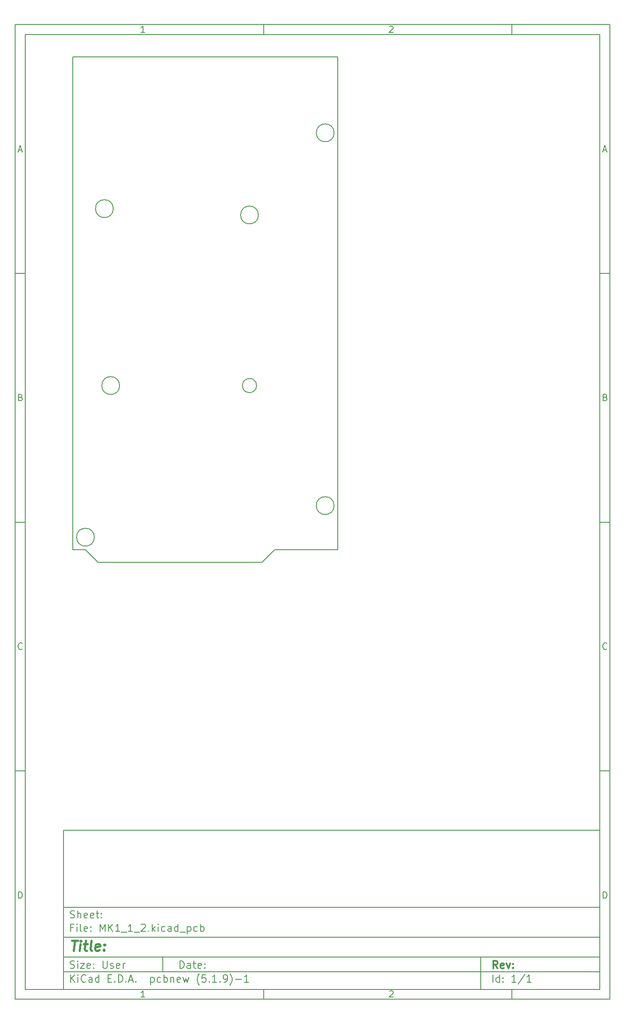
<source format=gbr>
%TF.GenerationSoftware,KiCad,Pcbnew,(5.1.9)-1*%
%TF.CreationDate,2021-07-03T12:37:55-04:00*%
%TF.ProjectId,MK1_1_2,4d4b315f-315f-4322-9e6b-696361645f70,rev?*%
%TF.SameCoordinates,Original*%
%TF.FileFunction,Profile,NP*%
%FSLAX45Y45*%
G04 Gerber Fmt 4.5, Leading zero omitted, Abs format (unit mm)*
G04 Created by KiCad (PCBNEW (5.1.9)-1) date 2021-07-03 12:37:55*
%MOMM*%
%LPD*%
G01*
G04 APERTURE LIST*
%ADD10C,0.127000*%
%ADD11C,0.150000*%
%ADD12C,0.300000*%
%ADD13C,0.400000*%
%TA.AperFunction,Profile*%
%ADD14C,0.177800*%
%TD*%
G04 APERTURE END LIST*
D10*
D11*
X1970000Y-17190000D02*
X1970000Y-20390000D01*
X12770000Y-20390000D01*
X12770000Y-17190000D01*
X1970000Y-17190000D01*
D10*
D11*
X1000000Y-1000000D02*
X1000000Y-20590000D01*
X12970000Y-20590000D01*
X12970000Y-1000000D01*
X1000000Y-1000000D01*
D10*
D11*
X1200000Y-1200000D02*
X1200000Y-20390000D01*
X12770000Y-20390000D01*
X12770000Y-1200000D01*
X1200000Y-1200000D01*
D10*
D11*
X6000000Y-1200000D02*
X6000000Y-1000000D01*
D10*
D11*
X11000000Y-1200000D02*
X11000000Y-1000000D01*
D10*
D11*
X3606548Y-1158810D02*
X3532262Y-1158810D01*
X3569405Y-1158810D02*
X3569405Y-1028809D01*
X3557024Y-1047381D01*
X3544643Y-1059762D01*
X3532262Y-1065952D01*
D10*
D11*
X8532262Y-1041190D02*
X8538452Y-1035000D01*
X8550833Y-1028809D01*
X8581786Y-1028809D01*
X8594167Y-1035000D01*
X8600357Y-1041190D01*
X8606548Y-1053571D01*
X8606548Y-1065952D01*
X8600357Y-1084524D01*
X8526071Y-1158810D01*
X8606548Y-1158810D01*
D10*
D11*
X6000000Y-20390000D02*
X6000000Y-20590000D01*
D10*
D11*
X11000000Y-20390000D02*
X11000000Y-20590000D01*
D10*
D11*
X3606548Y-20548810D02*
X3532262Y-20548810D01*
X3569405Y-20548810D02*
X3569405Y-20418810D01*
X3557024Y-20437381D01*
X3544643Y-20449762D01*
X3532262Y-20455952D01*
D10*
D11*
X8532262Y-20431190D02*
X8538452Y-20425000D01*
X8550833Y-20418810D01*
X8581786Y-20418810D01*
X8594167Y-20425000D01*
X8600357Y-20431190D01*
X8606548Y-20443571D01*
X8606548Y-20455952D01*
X8600357Y-20474524D01*
X8526071Y-20548810D01*
X8606548Y-20548810D01*
D10*
D11*
X1000000Y-6000000D02*
X1200000Y-6000000D01*
D10*
D11*
X1000000Y-11000000D02*
X1200000Y-11000000D01*
D10*
D11*
X1000000Y-16000000D02*
X1200000Y-16000000D01*
D10*
D11*
X1069048Y-3521667D02*
X1130952Y-3521667D01*
X1056667Y-3558809D02*
X1100000Y-3428809D01*
X1143333Y-3558809D01*
D10*
D11*
X1109286Y-8490714D02*
X1127857Y-8496905D01*
X1134048Y-8503095D01*
X1140238Y-8515476D01*
X1140238Y-8534048D01*
X1134048Y-8546429D01*
X1127857Y-8552619D01*
X1115476Y-8558810D01*
X1065952Y-8558810D01*
X1065952Y-8428810D01*
X1109286Y-8428810D01*
X1121667Y-8435000D01*
X1127857Y-8441190D01*
X1134048Y-8453571D01*
X1134048Y-8465952D01*
X1127857Y-8478333D01*
X1121667Y-8484524D01*
X1109286Y-8490714D01*
X1065952Y-8490714D01*
D10*
D11*
X1140238Y-13546428D02*
X1134048Y-13552619D01*
X1115476Y-13558809D01*
X1103095Y-13558809D01*
X1084524Y-13552619D01*
X1072143Y-13540238D01*
X1065952Y-13527857D01*
X1059762Y-13503095D01*
X1059762Y-13484524D01*
X1065952Y-13459762D01*
X1072143Y-13447381D01*
X1084524Y-13435000D01*
X1103095Y-13428809D01*
X1115476Y-13428809D01*
X1134048Y-13435000D01*
X1140238Y-13441190D01*
D10*
D11*
X1065952Y-18558810D02*
X1065952Y-18428810D01*
X1096905Y-18428810D01*
X1115476Y-18435000D01*
X1127857Y-18447381D01*
X1134048Y-18459762D01*
X1140238Y-18484524D01*
X1140238Y-18503095D01*
X1134048Y-18527857D01*
X1127857Y-18540238D01*
X1115476Y-18552619D01*
X1096905Y-18558810D01*
X1065952Y-18558810D01*
D10*
D11*
X12970000Y-6000000D02*
X12770000Y-6000000D01*
D10*
D11*
X12970000Y-11000000D02*
X12770000Y-11000000D01*
D10*
D11*
X12970000Y-16000000D02*
X12770000Y-16000000D01*
D10*
D11*
X12839048Y-3521667D02*
X12900952Y-3521667D01*
X12826667Y-3558809D02*
X12870000Y-3428809D01*
X12913333Y-3558809D01*
D10*
D11*
X12879286Y-8490714D02*
X12897857Y-8496905D01*
X12904048Y-8503095D01*
X12910238Y-8515476D01*
X12910238Y-8534048D01*
X12904048Y-8546429D01*
X12897857Y-8552619D01*
X12885476Y-8558810D01*
X12835952Y-8558810D01*
X12835952Y-8428810D01*
X12879286Y-8428810D01*
X12891667Y-8435000D01*
X12897857Y-8441190D01*
X12904048Y-8453571D01*
X12904048Y-8465952D01*
X12897857Y-8478333D01*
X12891667Y-8484524D01*
X12879286Y-8490714D01*
X12835952Y-8490714D01*
D10*
D11*
X12910238Y-13546428D02*
X12904048Y-13552619D01*
X12885476Y-13558809D01*
X12873095Y-13558809D01*
X12854524Y-13552619D01*
X12842143Y-13540238D01*
X12835952Y-13527857D01*
X12829762Y-13503095D01*
X12829762Y-13484524D01*
X12835952Y-13459762D01*
X12842143Y-13447381D01*
X12854524Y-13435000D01*
X12873095Y-13428809D01*
X12885476Y-13428809D01*
X12904048Y-13435000D01*
X12910238Y-13441190D01*
D10*
D11*
X12835952Y-18558810D02*
X12835952Y-18428810D01*
X12866905Y-18428810D01*
X12885476Y-18435000D01*
X12897857Y-18447381D01*
X12904048Y-18459762D01*
X12910238Y-18484524D01*
X12910238Y-18503095D01*
X12904048Y-18527857D01*
X12897857Y-18540238D01*
X12885476Y-18552619D01*
X12866905Y-18558810D01*
X12835952Y-18558810D01*
D10*
D11*
X4313214Y-19967857D02*
X4313214Y-19817857D01*
X4348929Y-19817857D01*
X4370357Y-19825000D01*
X4384643Y-19839286D01*
X4391786Y-19853571D01*
X4398929Y-19882143D01*
X4398929Y-19903571D01*
X4391786Y-19932143D01*
X4384643Y-19946429D01*
X4370357Y-19960714D01*
X4348929Y-19967857D01*
X4313214Y-19967857D01*
X4527500Y-19967857D02*
X4527500Y-19889286D01*
X4520357Y-19875000D01*
X4506071Y-19867857D01*
X4477500Y-19867857D01*
X4463214Y-19875000D01*
X4527500Y-19960714D02*
X4513214Y-19967857D01*
X4477500Y-19967857D01*
X4463214Y-19960714D01*
X4456071Y-19946429D01*
X4456071Y-19932143D01*
X4463214Y-19917857D01*
X4477500Y-19910714D01*
X4513214Y-19910714D01*
X4527500Y-19903571D01*
X4577500Y-19867857D02*
X4634643Y-19867857D01*
X4598929Y-19817857D02*
X4598929Y-19946429D01*
X4606071Y-19960714D01*
X4620357Y-19967857D01*
X4634643Y-19967857D01*
X4741786Y-19960714D02*
X4727500Y-19967857D01*
X4698929Y-19967857D01*
X4684643Y-19960714D01*
X4677500Y-19946429D01*
X4677500Y-19889286D01*
X4684643Y-19875000D01*
X4698929Y-19867857D01*
X4727500Y-19867857D01*
X4741786Y-19875000D01*
X4748929Y-19889286D01*
X4748929Y-19903571D01*
X4677500Y-19917857D01*
X4813214Y-19953571D02*
X4820357Y-19960714D01*
X4813214Y-19967857D01*
X4806071Y-19960714D01*
X4813214Y-19953571D01*
X4813214Y-19967857D01*
X4813214Y-19875000D02*
X4820357Y-19882143D01*
X4813214Y-19889286D01*
X4806071Y-19882143D01*
X4813214Y-19875000D01*
X4813214Y-19889286D01*
D10*
D11*
X1970000Y-20040000D02*
X12770000Y-20040000D01*
D10*
D11*
X2113214Y-20247857D02*
X2113214Y-20097857D01*
X2198929Y-20247857D02*
X2134643Y-20162143D01*
X2198929Y-20097857D02*
X2113214Y-20183571D01*
X2263214Y-20247857D02*
X2263214Y-20147857D01*
X2263214Y-20097857D02*
X2256071Y-20105000D01*
X2263214Y-20112143D01*
X2270357Y-20105000D01*
X2263214Y-20097857D01*
X2263214Y-20112143D01*
X2420357Y-20233571D02*
X2413214Y-20240714D01*
X2391786Y-20247857D01*
X2377500Y-20247857D01*
X2356071Y-20240714D01*
X2341786Y-20226429D01*
X2334643Y-20212143D01*
X2327500Y-20183571D01*
X2327500Y-20162143D01*
X2334643Y-20133571D01*
X2341786Y-20119286D01*
X2356071Y-20105000D01*
X2377500Y-20097857D01*
X2391786Y-20097857D01*
X2413214Y-20105000D01*
X2420357Y-20112143D01*
X2548929Y-20247857D02*
X2548929Y-20169286D01*
X2541786Y-20155000D01*
X2527500Y-20147857D01*
X2498929Y-20147857D01*
X2484643Y-20155000D01*
X2548929Y-20240714D02*
X2534643Y-20247857D01*
X2498929Y-20247857D01*
X2484643Y-20240714D01*
X2477500Y-20226429D01*
X2477500Y-20212143D01*
X2484643Y-20197857D01*
X2498929Y-20190714D01*
X2534643Y-20190714D01*
X2548929Y-20183571D01*
X2684643Y-20247857D02*
X2684643Y-20097857D01*
X2684643Y-20240714D02*
X2670357Y-20247857D01*
X2641786Y-20247857D01*
X2627500Y-20240714D01*
X2620357Y-20233571D01*
X2613214Y-20219286D01*
X2613214Y-20176429D01*
X2620357Y-20162143D01*
X2627500Y-20155000D01*
X2641786Y-20147857D01*
X2670357Y-20147857D01*
X2684643Y-20155000D01*
X2870357Y-20169286D02*
X2920357Y-20169286D01*
X2941786Y-20247857D02*
X2870357Y-20247857D01*
X2870357Y-20097857D01*
X2941786Y-20097857D01*
X3006071Y-20233571D02*
X3013214Y-20240714D01*
X3006071Y-20247857D01*
X2998928Y-20240714D01*
X3006071Y-20233571D01*
X3006071Y-20247857D01*
X3077500Y-20247857D02*
X3077500Y-20097857D01*
X3113214Y-20097857D01*
X3134643Y-20105000D01*
X3148928Y-20119286D01*
X3156071Y-20133571D01*
X3163214Y-20162143D01*
X3163214Y-20183571D01*
X3156071Y-20212143D01*
X3148928Y-20226429D01*
X3134643Y-20240714D01*
X3113214Y-20247857D01*
X3077500Y-20247857D01*
X3227500Y-20233571D02*
X3234643Y-20240714D01*
X3227500Y-20247857D01*
X3220357Y-20240714D01*
X3227500Y-20233571D01*
X3227500Y-20247857D01*
X3291786Y-20205000D02*
X3363214Y-20205000D01*
X3277500Y-20247857D02*
X3327500Y-20097857D01*
X3377500Y-20247857D01*
X3427500Y-20233571D02*
X3434643Y-20240714D01*
X3427500Y-20247857D01*
X3420357Y-20240714D01*
X3427500Y-20233571D01*
X3427500Y-20247857D01*
X3727500Y-20147857D02*
X3727500Y-20297857D01*
X3727500Y-20155000D02*
X3741786Y-20147857D01*
X3770357Y-20147857D01*
X3784643Y-20155000D01*
X3791786Y-20162143D01*
X3798928Y-20176429D01*
X3798928Y-20219286D01*
X3791786Y-20233571D01*
X3784643Y-20240714D01*
X3770357Y-20247857D01*
X3741786Y-20247857D01*
X3727500Y-20240714D01*
X3927500Y-20240714D02*
X3913214Y-20247857D01*
X3884643Y-20247857D01*
X3870357Y-20240714D01*
X3863214Y-20233571D01*
X3856071Y-20219286D01*
X3856071Y-20176429D01*
X3863214Y-20162143D01*
X3870357Y-20155000D01*
X3884643Y-20147857D01*
X3913214Y-20147857D01*
X3927500Y-20155000D01*
X3991786Y-20247857D02*
X3991786Y-20097857D01*
X3991786Y-20155000D02*
X4006071Y-20147857D01*
X4034643Y-20147857D01*
X4048928Y-20155000D01*
X4056071Y-20162143D01*
X4063214Y-20176429D01*
X4063214Y-20219286D01*
X4056071Y-20233571D01*
X4048928Y-20240714D01*
X4034643Y-20247857D01*
X4006071Y-20247857D01*
X3991786Y-20240714D01*
X4127500Y-20147857D02*
X4127500Y-20247857D01*
X4127500Y-20162143D02*
X4134643Y-20155000D01*
X4148928Y-20147857D01*
X4170357Y-20147857D01*
X4184643Y-20155000D01*
X4191786Y-20169286D01*
X4191786Y-20247857D01*
X4320357Y-20240714D02*
X4306071Y-20247857D01*
X4277500Y-20247857D01*
X4263214Y-20240714D01*
X4256071Y-20226429D01*
X4256071Y-20169286D01*
X4263214Y-20155000D01*
X4277500Y-20147857D01*
X4306071Y-20147857D01*
X4320357Y-20155000D01*
X4327500Y-20169286D01*
X4327500Y-20183571D01*
X4256071Y-20197857D01*
X4377500Y-20147857D02*
X4406071Y-20247857D01*
X4434643Y-20176429D01*
X4463214Y-20247857D01*
X4491786Y-20147857D01*
X4706071Y-20305000D02*
X4698929Y-20297857D01*
X4684643Y-20276429D01*
X4677500Y-20262143D01*
X4670357Y-20240714D01*
X4663214Y-20205000D01*
X4663214Y-20176429D01*
X4670357Y-20140714D01*
X4677500Y-20119286D01*
X4684643Y-20105000D01*
X4698929Y-20083571D01*
X4706071Y-20076429D01*
X4834643Y-20097857D02*
X4763214Y-20097857D01*
X4756071Y-20169286D01*
X4763214Y-20162143D01*
X4777500Y-20155000D01*
X4813214Y-20155000D01*
X4827500Y-20162143D01*
X4834643Y-20169286D01*
X4841786Y-20183571D01*
X4841786Y-20219286D01*
X4834643Y-20233571D01*
X4827500Y-20240714D01*
X4813214Y-20247857D01*
X4777500Y-20247857D01*
X4763214Y-20240714D01*
X4756071Y-20233571D01*
X4906071Y-20233571D02*
X4913214Y-20240714D01*
X4906071Y-20247857D01*
X4898929Y-20240714D01*
X4906071Y-20233571D01*
X4906071Y-20247857D01*
X5056071Y-20247857D02*
X4970357Y-20247857D01*
X5013214Y-20247857D02*
X5013214Y-20097857D01*
X4998929Y-20119286D01*
X4984643Y-20133571D01*
X4970357Y-20140714D01*
X5120357Y-20233571D02*
X5127500Y-20240714D01*
X5120357Y-20247857D01*
X5113214Y-20240714D01*
X5120357Y-20233571D01*
X5120357Y-20247857D01*
X5198929Y-20247857D02*
X5227500Y-20247857D01*
X5241786Y-20240714D01*
X5248929Y-20233571D01*
X5263214Y-20212143D01*
X5270357Y-20183571D01*
X5270357Y-20126429D01*
X5263214Y-20112143D01*
X5256071Y-20105000D01*
X5241786Y-20097857D01*
X5213214Y-20097857D01*
X5198929Y-20105000D01*
X5191786Y-20112143D01*
X5184643Y-20126429D01*
X5184643Y-20162143D01*
X5191786Y-20176429D01*
X5198929Y-20183571D01*
X5213214Y-20190714D01*
X5241786Y-20190714D01*
X5256071Y-20183571D01*
X5263214Y-20176429D01*
X5270357Y-20162143D01*
X5320357Y-20305000D02*
X5327500Y-20297857D01*
X5341786Y-20276429D01*
X5348929Y-20262143D01*
X5356071Y-20240714D01*
X5363214Y-20205000D01*
X5363214Y-20176429D01*
X5356071Y-20140714D01*
X5348929Y-20119286D01*
X5341786Y-20105000D01*
X5327500Y-20083571D01*
X5320357Y-20076429D01*
X5434643Y-20190714D02*
X5548929Y-20190714D01*
X5698928Y-20247857D02*
X5613214Y-20247857D01*
X5656071Y-20247857D02*
X5656071Y-20097857D01*
X5641786Y-20119286D01*
X5627500Y-20133571D01*
X5613214Y-20140714D01*
D10*
D11*
X1970000Y-19740000D02*
X12770000Y-19740000D01*
D10*
D12*
X10710929Y-19967857D02*
X10660929Y-19896429D01*
X10625214Y-19967857D02*
X10625214Y-19817857D01*
X10682357Y-19817857D01*
X10696643Y-19825000D01*
X10703786Y-19832143D01*
X10710929Y-19846429D01*
X10710929Y-19867857D01*
X10703786Y-19882143D01*
X10696643Y-19889286D01*
X10682357Y-19896429D01*
X10625214Y-19896429D01*
X10832357Y-19960714D02*
X10818071Y-19967857D01*
X10789500Y-19967857D01*
X10775214Y-19960714D01*
X10768071Y-19946429D01*
X10768071Y-19889286D01*
X10775214Y-19875000D01*
X10789500Y-19867857D01*
X10818071Y-19867857D01*
X10832357Y-19875000D01*
X10839500Y-19889286D01*
X10839500Y-19903571D01*
X10768071Y-19917857D01*
X10889500Y-19867857D02*
X10925214Y-19967857D01*
X10960929Y-19867857D01*
X11018071Y-19953571D02*
X11025214Y-19960714D01*
X11018071Y-19967857D01*
X11010929Y-19960714D01*
X11018071Y-19953571D01*
X11018071Y-19967857D01*
X11018071Y-19875000D02*
X11025214Y-19882143D01*
X11018071Y-19889286D01*
X11010929Y-19882143D01*
X11018071Y-19875000D01*
X11018071Y-19889286D01*
D10*
D11*
X2106071Y-19960714D02*
X2127500Y-19967857D01*
X2163214Y-19967857D01*
X2177500Y-19960714D01*
X2184643Y-19953571D01*
X2191786Y-19939286D01*
X2191786Y-19925000D01*
X2184643Y-19910714D01*
X2177500Y-19903571D01*
X2163214Y-19896429D01*
X2134643Y-19889286D01*
X2120357Y-19882143D01*
X2113214Y-19875000D01*
X2106071Y-19860714D01*
X2106071Y-19846429D01*
X2113214Y-19832143D01*
X2120357Y-19825000D01*
X2134643Y-19817857D01*
X2170357Y-19817857D01*
X2191786Y-19825000D01*
X2256071Y-19967857D02*
X2256071Y-19867857D01*
X2256071Y-19817857D02*
X2248929Y-19825000D01*
X2256071Y-19832143D01*
X2263214Y-19825000D01*
X2256071Y-19817857D01*
X2256071Y-19832143D01*
X2313214Y-19867857D02*
X2391786Y-19867857D01*
X2313214Y-19967857D01*
X2391786Y-19967857D01*
X2506071Y-19960714D02*
X2491786Y-19967857D01*
X2463214Y-19967857D01*
X2448929Y-19960714D01*
X2441786Y-19946429D01*
X2441786Y-19889286D01*
X2448929Y-19875000D01*
X2463214Y-19867857D01*
X2491786Y-19867857D01*
X2506071Y-19875000D01*
X2513214Y-19889286D01*
X2513214Y-19903571D01*
X2441786Y-19917857D01*
X2577500Y-19953571D02*
X2584643Y-19960714D01*
X2577500Y-19967857D01*
X2570357Y-19960714D01*
X2577500Y-19953571D01*
X2577500Y-19967857D01*
X2577500Y-19875000D02*
X2584643Y-19882143D01*
X2577500Y-19889286D01*
X2570357Y-19882143D01*
X2577500Y-19875000D01*
X2577500Y-19889286D01*
X2763214Y-19817857D02*
X2763214Y-19939286D01*
X2770357Y-19953571D01*
X2777500Y-19960714D01*
X2791786Y-19967857D01*
X2820357Y-19967857D01*
X2834643Y-19960714D01*
X2841786Y-19953571D01*
X2848928Y-19939286D01*
X2848928Y-19817857D01*
X2913214Y-19960714D02*
X2927500Y-19967857D01*
X2956071Y-19967857D01*
X2970357Y-19960714D01*
X2977500Y-19946429D01*
X2977500Y-19939286D01*
X2970357Y-19925000D01*
X2956071Y-19917857D01*
X2934643Y-19917857D01*
X2920357Y-19910714D01*
X2913214Y-19896429D01*
X2913214Y-19889286D01*
X2920357Y-19875000D01*
X2934643Y-19867857D01*
X2956071Y-19867857D01*
X2970357Y-19875000D01*
X3098928Y-19960714D02*
X3084643Y-19967857D01*
X3056071Y-19967857D01*
X3041786Y-19960714D01*
X3034643Y-19946429D01*
X3034643Y-19889286D01*
X3041786Y-19875000D01*
X3056071Y-19867857D01*
X3084643Y-19867857D01*
X3098928Y-19875000D01*
X3106071Y-19889286D01*
X3106071Y-19903571D01*
X3034643Y-19917857D01*
X3170357Y-19967857D02*
X3170357Y-19867857D01*
X3170357Y-19896429D02*
X3177500Y-19882143D01*
X3184643Y-19875000D01*
X3198928Y-19867857D01*
X3213214Y-19867857D01*
D10*
D11*
X10613214Y-20247857D02*
X10613214Y-20097857D01*
X10748929Y-20247857D02*
X10748929Y-20097857D01*
X10748929Y-20240714D02*
X10734643Y-20247857D01*
X10706071Y-20247857D01*
X10691786Y-20240714D01*
X10684643Y-20233571D01*
X10677500Y-20219286D01*
X10677500Y-20176429D01*
X10684643Y-20162143D01*
X10691786Y-20155000D01*
X10706071Y-20147857D01*
X10734643Y-20147857D01*
X10748929Y-20155000D01*
X10820357Y-20233571D02*
X10827500Y-20240714D01*
X10820357Y-20247857D01*
X10813214Y-20240714D01*
X10820357Y-20233571D01*
X10820357Y-20247857D01*
X10820357Y-20155000D02*
X10827500Y-20162143D01*
X10820357Y-20169286D01*
X10813214Y-20162143D01*
X10820357Y-20155000D01*
X10820357Y-20169286D01*
X11084643Y-20247857D02*
X10998929Y-20247857D01*
X11041786Y-20247857D02*
X11041786Y-20097857D01*
X11027500Y-20119286D01*
X11013214Y-20133571D01*
X10998929Y-20140714D01*
X11256071Y-20090714D02*
X11127500Y-20283571D01*
X11384643Y-20247857D02*
X11298928Y-20247857D01*
X11341786Y-20247857D02*
X11341786Y-20097857D01*
X11327500Y-20119286D01*
X11313214Y-20133571D01*
X11298928Y-20140714D01*
D10*
D11*
X1970000Y-19340000D02*
X12770000Y-19340000D01*
D10*
D13*
X2141238Y-19410476D02*
X2255524Y-19410476D01*
X2173381Y-19610476D02*
X2198381Y-19410476D01*
X2297190Y-19610476D02*
X2313857Y-19477143D01*
X2322190Y-19410476D02*
X2311476Y-19420000D01*
X2319810Y-19429524D01*
X2330524Y-19420000D01*
X2322190Y-19410476D01*
X2319810Y-19429524D01*
X2380524Y-19477143D02*
X2456714Y-19477143D01*
X2417429Y-19410476D02*
X2396000Y-19581905D01*
X2403143Y-19600952D01*
X2421000Y-19610476D01*
X2440048Y-19610476D01*
X2535286Y-19610476D02*
X2517429Y-19600952D01*
X2510286Y-19581905D01*
X2531714Y-19410476D01*
X2688857Y-19600952D02*
X2668619Y-19610476D01*
X2630524Y-19610476D01*
X2612667Y-19600952D01*
X2605524Y-19581905D01*
X2615048Y-19505714D01*
X2626952Y-19486667D01*
X2647190Y-19477143D01*
X2685286Y-19477143D01*
X2703143Y-19486667D01*
X2710286Y-19505714D01*
X2707905Y-19524762D01*
X2610286Y-19543810D01*
X2785286Y-19591429D02*
X2793619Y-19600952D01*
X2782905Y-19610476D01*
X2774571Y-19600952D01*
X2785286Y-19591429D01*
X2782905Y-19610476D01*
X2798381Y-19486667D02*
X2806714Y-19496190D01*
X2796000Y-19505714D01*
X2787667Y-19496190D01*
X2798381Y-19486667D01*
X2796000Y-19505714D01*
D10*
D11*
X2163214Y-19149286D02*
X2113214Y-19149286D01*
X2113214Y-19227857D02*
X2113214Y-19077857D01*
X2184643Y-19077857D01*
X2241786Y-19227857D02*
X2241786Y-19127857D01*
X2241786Y-19077857D02*
X2234643Y-19085000D01*
X2241786Y-19092143D01*
X2248929Y-19085000D01*
X2241786Y-19077857D01*
X2241786Y-19092143D01*
X2334643Y-19227857D02*
X2320357Y-19220714D01*
X2313214Y-19206429D01*
X2313214Y-19077857D01*
X2448929Y-19220714D02*
X2434643Y-19227857D01*
X2406071Y-19227857D01*
X2391786Y-19220714D01*
X2384643Y-19206429D01*
X2384643Y-19149286D01*
X2391786Y-19135000D01*
X2406071Y-19127857D01*
X2434643Y-19127857D01*
X2448929Y-19135000D01*
X2456071Y-19149286D01*
X2456071Y-19163571D01*
X2384643Y-19177857D01*
X2520357Y-19213571D02*
X2527500Y-19220714D01*
X2520357Y-19227857D01*
X2513214Y-19220714D01*
X2520357Y-19213571D01*
X2520357Y-19227857D01*
X2520357Y-19135000D02*
X2527500Y-19142143D01*
X2520357Y-19149286D01*
X2513214Y-19142143D01*
X2520357Y-19135000D01*
X2520357Y-19149286D01*
X2706071Y-19227857D02*
X2706071Y-19077857D01*
X2756071Y-19185000D01*
X2806071Y-19077857D01*
X2806071Y-19227857D01*
X2877500Y-19227857D02*
X2877500Y-19077857D01*
X2963214Y-19227857D02*
X2898928Y-19142143D01*
X2963214Y-19077857D02*
X2877500Y-19163571D01*
X3106071Y-19227857D02*
X3020357Y-19227857D01*
X3063214Y-19227857D02*
X3063214Y-19077857D01*
X3048928Y-19099286D01*
X3034643Y-19113571D01*
X3020357Y-19120714D01*
X3134643Y-19242143D02*
X3248928Y-19242143D01*
X3363214Y-19227857D02*
X3277500Y-19227857D01*
X3320357Y-19227857D02*
X3320357Y-19077857D01*
X3306071Y-19099286D01*
X3291786Y-19113571D01*
X3277500Y-19120714D01*
X3391786Y-19242143D02*
X3506071Y-19242143D01*
X3534643Y-19092143D02*
X3541786Y-19085000D01*
X3556071Y-19077857D01*
X3591786Y-19077857D01*
X3606071Y-19085000D01*
X3613214Y-19092143D01*
X3620357Y-19106429D01*
X3620357Y-19120714D01*
X3613214Y-19142143D01*
X3527500Y-19227857D01*
X3620357Y-19227857D01*
X3684643Y-19213571D02*
X3691786Y-19220714D01*
X3684643Y-19227857D01*
X3677500Y-19220714D01*
X3684643Y-19213571D01*
X3684643Y-19227857D01*
X3756071Y-19227857D02*
X3756071Y-19077857D01*
X3770357Y-19170714D02*
X3813214Y-19227857D01*
X3813214Y-19127857D02*
X3756071Y-19185000D01*
X3877500Y-19227857D02*
X3877500Y-19127857D01*
X3877500Y-19077857D02*
X3870357Y-19085000D01*
X3877500Y-19092143D01*
X3884643Y-19085000D01*
X3877500Y-19077857D01*
X3877500Y-19092143D01*
X4013214Y-19220714D02*
X3998928Y-19227857D01*
X3970357Y-19227857D01*
X3956071Y-19220714D01*
X3948928Y-19213571D01*
X3941786Y-19199286D01*
X3941786Y-19156429D01*
X3948928Y-19142143D01*
X3956071Y-19135000D01*
X3970357Y-19127857D01*
X3998928Y-19127857D01*
X4013214Y-19135000D01*
X4141786Y-19227857D02*
X4141786Y-19149286D01*
X4134643Y-19135000D01*
X4120357Y-19127857D01*
X4091786Y-19127857D01*
X4077500Y-19135000D01*
X4141786Y-19220714D02*
X4127500Y-19227857D01*
X4091786Y-19227857D01*
X4077500Y-19220714D01*
X4070357Y-19206429D01*
X4070357Y-19192143D01*
X4077500Y-19177857D01*
X4091786Y-19170714D01*
X4127500Y-19170714D01*
X4141786Y-19163571D01*
X4277500Y-19227857D02*
X4277500Y-19077857D01*
X4277500Y-19220714D02*
X4263214Y-19227857D01*
X4234643Y-19227857D01*
X4220357Y-19220714D01*
X4213214Y-19213571D01*
X4206071Y-19199286D01*
X4206071Y-19156429D01*
X4213214Y-19142143D01*
X4220357Y-19135000D01*
X4234643Y-19127857D01*
X4263214Y-19127857D01*
X4277500Y-19135000D01*
X4313214Y-19242143D02*
X4427500Y-19242143D01*
X4463214Y-19127857D02*
X4463214Y-19277857D01*
X4463214Y-19135000D02*
X4477500Y-19127857D01*
X4506071Y-19127857D01*
X4520357Y-19135000D01*
X4527500Y-19142143D01*
X4534643Y-19156429D01*
X4534643Y-19199286D01*
X4527500Y-19213571D01*
X4520357Y-19220714D01*
X4506071Y-19227857D01*
X4477500Y-19227857D01*
X4463214Y-19220714D01*
X4663214Y-19220714D02*
X4648929Y-19227857D01*
X4620357Y-19227857D01*
X4606071Y-19220714D01*
X4598929Y-19213571D01*
X4591786Y-19199286D01*
X4591786Y-19156429D01*
X4598929Y-19142143D01*
X4606071Y-19135000D01*
X4620357Y-19127857D01*
X4648929Y-19127857D01*
X4663214Y-19135000D01*
X4727500Y-19227857D02*
X4727500Y-19077857D01*
X4727500Y-19135000D02*
X4741786Y-19127857D01*
X4770357Y-19127857D01*
X4784643Y-19135000D01*
X4791786Y-19142143D01*
X4798929Y-19156429D01*
X4798929Y-19199286D01*
X4791786Y-19213571D01*
X4784643Y-19220714D01*
X4770357Y-19227857D01*
X4741786Y-19227857D01*
X4727500Y-19220714D01*
D10*
D11*
X1970000Y-18740000D02*
X12770000Y-18740000D01*
D10*
D11*
X2106071Y-18950714D02*
X2127500Y-18957857D01*
X2163214Y-18957857D01*
X2177500Y-18950714D01*
X2184643Y-18943571D01*
X2191786Y-18929286D01*
X2191786Y-18915000D01*
X2184643Y-18900714D01*
X2177500Y-18893571D01*
X2163214Y-18886429D01*
X2134643Y-18879286D01*
X2120357Y-18872143D01*
X2113214Y-18865000D01*
X2106071Y-18850714D01*
X2106071Y-18836429D01*
X2113214Y-18822143D01*
X2120357Y-18815000D01*
X2134643Y-18807857D01*
X2170357Y-18807857D01*
X2191786Y-18815000D01*
X2256071Y-18957857D02*
X2256071Y-18807857D01*
X2320357Y-18957857D02*
X2320357Y-18879286D01*
X2313214Y-18865000D01*
X2298929Y-18857857D01*
X2277500Y-18857857D01*
X2263214Y-18865000D01*
X2256071Y-18872143D01*
X2448929Y-18950714D02*
X2434643Y-18957857D01*
X2406071Y-18957857D01*
X2391786Y-18950714D01*
X2384643Y-18936429D01*
X2384643Y-18879286D01*
X2391786Y-18865000D01*
X2406071Y-18857857D01*
X2434643Y-18857857D01*
X2448929Y-18865000D01*
X2456071Y-18879286D01*
X2456071Y-18893571D01*
X2384643Y-18907857D01*
X2577500Y-18950714D02*
X2563214Y-18957857D01*
X2534643Y-18957857D01*
X2520357Y-18950714D01*
X2513214Y-18936429D01*
X2513214Y-18879286D01*
X2520357Y-18865000D01*
X2534643Y-18857857D01*
X2563214Y-18857857D01*
X2577500Y-18865000D01*
X2584643Y-18879286D01*
X2584643Y-18893571D01*
X2513214Y-18907857D01*
X2627500Y-18857857D02*
X2684643Y-18857857D01*
X2648929Y-18807857D02*
X2648929Y-18936429D01*
X2656071Y-18950714D01*
X2670357Y-18957857D01*
X2684643Y-18957857D01*
X2734643Y-18943571D02*
X2741786Y-18950714D01*
X2734643Y-18957857D01*
X2727500Y-18950714D01*
X2734643Y-18943571D01*
X2734643Y-18957857D01*
X2734643Y-18865000D02*
X2741786Y-18872143D01*
X2734643Y-18879286D01*
X2727500Y-18872143D01*
X2734643Y-18865000D01*
X2734643Y-18879286D01*
D10*
D11*
X3970000Y-19740000D02*
X3970000Y-20040000D01*
D10*
D11*
X10370000Y-19740000D02*
X10370000Y-20390000D01*
D14*
X2973605Y-4699000D02*
G75*
G03*
X2973605Y-4699000I-179605J0D01*
G01*
X5894605Y-4826000D02*
G75*
G03*
X5894605Y-4826000I-179605J0D01*
G01*
X6223000Y-11557000D02*
X7493000Y-11557000D01*
X5969000Y-11811000D02*
X2667000Y-11811000D01*
X2592605Y-11303000D02*
G75*
G03*
X2592605Y-11303000I-179605J0D01*
G01*
X5969000Y-11811000D02*
X6223000Y-11557000D01*
X7418605Y-10668000D02*
G75*
G03*
X7418605Y-10668000I-179605J0D01*
G01*
X2413000Y-11557000D02*
X2667000Y-11811000D01*
X2159000Y-11557000D02*
X2413000Y-11557000D01*
X3100605Y-8255000D02*
G75*
G03*
X3100605Y-8255000I-179605J0D01*
G01*
X5856990Y-8255000D02*
G75*
G03*
X5856990Y-8255000I-141990J0D01*
G01*
X7418605Y-3175000D02*
G75*
G03*
X7418605Y-3175000I-179605J0D01*
G01*
X7493000Y-1651000D02*
X2159000Y-1651000D01*
X7493000Y-11557000D02*
X7493000Y-1651000D01*
X2159000Y-1651000D02*
X2159000Y-11557000D01*
M02*

</source>
